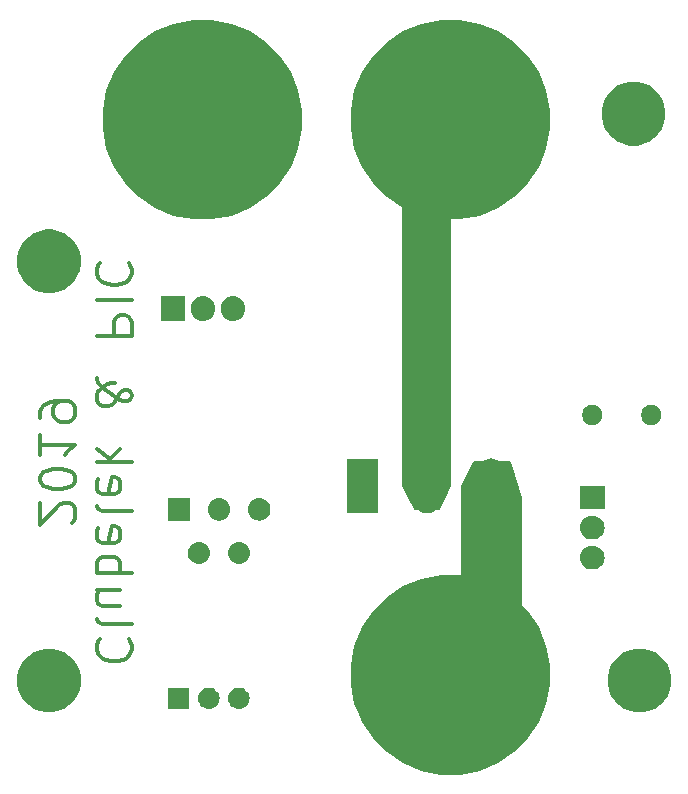
<source format=gbr>
G04 #@! TF.GenerationSoftware,KiCad,Pcbnew,(5.0.2)-1*
G04 #@! TF.CreationDate,2019-04-07T13:53:55+02:00*
G04 #@! TF.ProjectId,Carte commutation,43617274-6520-4636-9f6d-6d7574617469,rev?*
G04 #@! TF.SameCoordinates,Original*
G04 #@! TF.FileFunction,Soldermask,Bot*
G04 #@! TF.FilePolarity,Negative*
%FSLAX46Y46*%
G04 Gerber Fmt 4.6, Leading zero omitted, Abs format (unit mm)*
G04 Created by KiCad (PCBNEW (5.0.2)-1) date 07/04/2019 13:53:55*
%MOMM*%
%LPD*%
G01*
G04 APERTURE LIST*
%ADD10C,0.300000*%
%ADD11C,0.150000*%
%ADD12C,0.100000*%
G04 APERTURE END LIST*
D10*
X23828571Y-72500000D02*
X23685714Y-72642857D01*
X23542857Y-73071428D01*
X23542857Y-73357142D01*
X23685714Y-73785714D01*
X23971428Y-74071428D01*
X24257142Y-74214285D01*
X24828571Y-74357142D01*
X25257142Y-74357142D01*
X25828571Y-74214285D01*
X26114285Y-74071428D01*
X26399999Y-73785714D01*
X26542857Y-73357142D01*
X26542857Y-73071428D01*
X26399999Y-72642857D01*
X26257142Y-72500000D01*
X23542857Y-70785714D02*
X23685714Y-71071428D01*
X23971428Y-71214285D01*
X26542857Y-71214285D01*
X25542857Y-68357142D02*
X23542857Y-68357142D01*
X25542857Y-69642857D02*
X23971428Y-69642857D01*
X23685714Y-69500000D01*
X23542857Y-69214285D01*
X23542857Y-68785714D01*
X23685714Y-68500000D01*
X23828571Y-68357142D01*
X23542857Y-66928571D02*
X26542857Y-66928571D01*
X25400000Y-66928571D02*
X25542857Y-66642857D01*
X25542857Y-66071428D01*
X25400000Y-65785714D01*
X25257142Y-65642857D01*
X24971428Y-65500000D01*
X24114285Y-65500000D01*
X23828571Y-65642857D01*
X23685714Y-65785714D01*
X23542857Y-66071428D01*
X23542857Y-66642857D01*
X23685714Y-66928571D01*
X23685714Y-63071428D02*
X23542857Y-63357142D01*
X23542857Y-63928571D01*
X23685714Y-64214285D01*
X23971428Y-64357142D01*
X25114285Y-64357142D01*
X25400000Y-64214285D01*
X25542857Y-63928571D01*
X25542857Y-63357142D01*
X25400000Y-63071428D01*
X25114285Y-62928571D01*
X24828571Y-62928571D01*
X24542857Y-64357142D01*
X23542857Y-61214285D02*
X23685714Y-61500000D01*
X23971428Y-61642857D01*
X26542857Y-61642857D01*
X23685714Y-58928571D02*
X23542857Y-59214285D01*
X23542857Y-59785714D01*
X23685714Y-60071428D01*
X23971428Y-60214285D01*
X25114285Y-60214285D01*
X25400000Y-60071428D01*
X25542857Y-59785714D01*
X25542857Y-59214285D01*
X25400000Y-58928571D01*
X25114285Y-58785714D01*
X24828571Y-58785714D01*
X24542857Y-60214285D01*
X23542857Y-57500000D02*
X26542857Y-57500000D01*
X24685714Y-57214285D02*
X23542857Y-56357142D01*
X25542857Y-56357142D02*
X24400000Y-57500000D01*
X23542857Y-50357142D02*
X23542857Y-50500000D01*
X23685714Y-50785714D01*
X24114285Y-51214285D01*
X24971428Y-51928571D01*
X25400000Y-52214285D01*
X25828571Y-52357142D01*
X26114285Y-52357142D01*
X26400000Y-52214285D01*
X26542857Y-51928571D01*
X26542857Y-51785714D01*
X26400000Y-51500000D01*
X26114285Y-51357142D01*
X25971428Y-51357142D01*
X25685714Y-51500000D01*
X25542857Y-51642857D01*
X24971428Y-52500000D01*
X24828571Y-52642857D01*
X24542857Y-52785714D01*
X24114285Y-52785714D01*
X23828571Y-52642857D01*
X23685714Y-52500000D01*
X23542857Y-52214285D01*
X23542857Y-51785714D01*
X23685714Y-51500000D01*
X23828571Y-51357142D01*
X24400000Y-50928571D01*
X24828571Y-50785714D01*
X25114285Y-50785714D01*
X23542857Y-46785714D02*
X26542857Y-46785714D01*
X26542857Y-45642857D01*
X26400000Y-45357142D01*
X26257142Y-45214285D01*
X25971428Y-45071428D01*
X25542857Y-45071428D01*
X25257142Y-45214285D01*
X25114285Y-45357142D01*
X24971428Y-45642857D01*
X24971428Y-46785714D01*
X23542857Y-43785714D02*
X26542857Y-43785714D01*
X23828571Y-40642857D02*
X23685714Y-40785714D01*
X23542857Y-41214285D01*
X23542857Y-41500000D01*
X23685714Y-41928571D01*
X23971428Y-42214285D01*
X24257142Y-42357142D01*
X24828571Y-42500000D01*
X25257142Y-42500000D01*
X25828571Y-42357142D01*
X26114285Y-42214285D01*
X26400000Y-41928571D01*
X26542857Y-41500000D01*
X26542857Y-41214285D01*
X26400000Y-40785714D01*
X26257142Y-40642857D01*
X21457142Y-62642857D02*
X21600000Y-62500000D01*
X21742857Y-62214285D01*
X21742857Y-61500000D01*
X21600000Y-61214285D01*
X21457142Y-61071428D01*
X21171428Y-60928571D01*
X20885714Y-60928571D01*
X20457142Y-61071428D01*
X18742857Y-62785714D01*
X18742857Y-60928571D01*
X21742857Y-59071428D02*
X21742857Y-58785714D01*
X21600000Y-58500000D01*
X21457142Y-58357142D01*
X21171428Y-58214285D01*
X20600000Y-58071428D01*
X19885714Y-58071428D01*
X19314285Y-58214285D01*
X19028571Y-58357142D01*
X18885714Y-58500000D01*
X18742857Y-58785714D01*
X18742857Y-59071428D01*
X18885714Y-59357142D01*
X19028571Y-59500000D01*
X19314285Y-59642857D01*
X19885714Y-59785714D01*
X20600000Y-59785714D01*
X21171428Y-59642857D01*
X21457142Y-59500000D01*
X21600000Y-59357142D01*
X21742857Y-59071428D01*
X18742857Y-55214285D02*
X18742857Y-56928571D01*
X18742857Y-56071428D02*
X21742857Y-56071428D01*
X21314285Y-56357142D01*
X21028571Y-56642857D01*
X20885714Y-56928571D01*
X18742857Y-53785714D02*
X18742857Y-53214285D01*
X18885714Y-52928571D01*
X19028571Y-52785714D01*
X19457142Y-52500000D01*
X20028571Y-52357142D01*
X21171428Y-52357142D01*
X21457142Y-52500000D01*
X21600000Y-52642857D01*
X21742857Y-52928571D01*
X21742857Y-53500000D01*
X21600000Y-53785714D01*
X21457142Y-53928571D01*
X21171428Y-54071428D01*
X20457142Y-54071428D01*
X20171428Y-53928571D01*
X20028571Y-53785714D01*
X19885714Y-53500000D01*
X19885714Y-52928571D01*
X20028571Y-52642857D01*
X20171428Y-52500000D01*
X20457142Y-52357142D01*
D11*
G36*
X52500000Y-61500000D02*
X50500000Y-61500000D01*
X49500000Y-59500000D01*
X49500000Y-35500000D01*
X53500000Y-35500000D01*
X53500000Y-59500000D01*
X52500000Y-61500000D01*
G37*
X52500000Y-61500000D02*
X50500000Y-61500000D01*
X49500000Y-59500000D01*
X49500000Y-35500000D01*
X53500000Y-35500000D01*
X53500000Y-59500000D01*
X52500000Y-61500000D01*
G36*
X55500000Y-57500000D02*
X58500000Y-57500000D01*
X59500000Y-60500000D01*
X59500000Y-70500000D01*
X54500000Y-70500000D01*
X54500000Y-59500000D01*
X55500000Y-57500000D01*
G37*
X55500000Y-57500000D02*
X58500000Y-57500000D01*
X59500000Y-60500000D01*
X59500000Y-70500000D01*
X54500000Y-70500000D01*
X54500000Y-59500000D01*
X55500000Y-57500000D01*
D12*
G36*
X55965065Y-67373766D02*
X57503048Y-68010820D01*
X57503050Y-68010821D01*
X58887199Y-68935679D01*
X60064321Y-70112801D01*
X60989179Y-71496950D01*
X60989180Y-71496952D01*
X61626234Y-73034935D01*
X61951000Y-74667648D01*
X61951000Y-76332352D01*
X61626234Y-77965065D01*
X61321399Y-78701000D01*
X60989179Y-79503050D01*
X60064321Y-80887199D01*
X58887199Y-82064321D01*
X57503050Y-82989179D01*
X57503049Y-82989180D01*
X57503048Y-82989180D01*
X55965065Y-83626234D01*
X54332352Y-83951000D01*
X52667648Y-83951000D01*
X51034935Y-83626234D01*
X49496952Y-82989180D01*
X49496951Y-82989180D01*
X49496950Y-82989179D01*
X48112801Y-82064321D01*
X46935679Y-80887199D01*
X46010821Y-79503050D01*
X45678601Y-78701000D01*
X45373766Y-77965065D01*
X45049000Y-76332352D01*
X45049000Y-74667648D01*
X45373766Y-73034935D01*
X46010820Y-71496952D01*
X46010821Y-71496950D01*
X46935679Y-70112801D01*
X48112801Y-68935679D01*
X49496950Y-68010821D01*
X49496952Y-68010820D01*
X51034935Y-67373766D01*
X52667648Y-67049000D01*
X54332352Y-67049000D01*
X55965065Y-67373766D01*
X55965065Y-67373766D01*
G37*
G36*
X70287850Y-73402797D02*
X70287852Y-73402798D01*
X70287853Y-73402798D01*
X70469430Y-73478010D01*
X70779404Y-73606405D01*
X71221790Y-73901998D01*
X71598002Y-74278210D01*
X71893595Y-74720596D01*
X72097203Y-75212150D01*
X72201000Y-75733973D01*
X72201000Y-76266027D01*
X72097203Y-76787850D01*
X71893595Y-77279404D01*
X71598002Y-77721790D01*
X71221790Y-78098002D01*
X70779404Y-78393595D01*
X70469430Y-78521990D01*
X70287853Y-78597202D01*
X70287852Y-78597202D01*
X70287850Y-78597203D01*
X69766027Y-78701000D01*
X69233973Y-78701000D01*
X68712150Y-78597203D01*
X68712148Y-78597202D01*
X68712147Y-78597202D01*
X68530570Y-78521990D01*
X68220596Y-78393595D01*
X67778210Y-78098002D01*
X67401998Y-77721790D01*
X67106405Y-77279404D01*
X66902797Y-76787850D01*
X66799000Y-76266027D01*
X66799000Y-75733973D01*
X66902797Y-75212150D01*
X67106405Y-74720596D01*
X67401998Y-74278210D01*
X67778210Y-73901998D01*
X68220596Y-73606405D01*
X68530570Y-73478010D01*
X68712147Y-73402798D01*
X68712148Y-73402798D01*
X68712150Y-73402797D01*
X69233973Y-73299000D01*
X69766027Y-73299000D01*
X70287850Y-73402797D01*
X70287850Y-73402797D01*
G37*
G36*
X20287850Y-73402797D02*
X20287852Y-73402798D01*
X20287853Y-73402798D01*
X20469430Y-73478010D01*
X20779404Y-73606405D01*
X21221790Y-73901998D01*
X21598002Y-74278210D01*
X21893595Y-74720596D01*
X22097203Y-75212150D01*
X22201000Y-75733973D01*
X22201000Y-76266027D01*
X22097203Y-76787850D01*
X21893595Y-77279404D01*
X21598002Y-77721790D01*
X21221790Y-78098002D01*
X20779404Y-78393595D01*
X20469430Y-78521990D01*
X20287853Y-78597202D01*
X20287852Y-78597202D01*
X20287850Y-78597203D01*
X19766027Y-78701000D01*
X19233973Y-78701000D01*
X18712150Y-78597203D01*
X18712148Y-78597202D01*
X18712147Y-78597202D01*
X18530570Y-78521990D01*
X18220596Y-78393595D01*
X17778210Y-78098002D01*
X17401998Y-77721790D01*
X17106405Y-77279404D01*
X16902797Y-76787850D01*
X16799000Y-76266027D01*
X16799000Y-75733973D01*
X16902797Y-75212150D01*
X17106405Y-74720596D01*
X17401998Y-74278210D01*
X17778210Y-73901998D01*
X18220596Y-73606405D01*
X18530570Y-73478010D01*
X18712147Y-73402798D01*
X18712148Y-73402798D01*
X18712150Y-73402797D01*
X19233973Y-73299000D01*
X19766027Y-73299000D01*
X20287850Y-73402797D01*
X20287850Y-73402797D01*
G37*
G36*
X35690442Y-76605518D02*
X35756627Y-76612037D01*
X35869853Y-76646384D01*
X35926467Y-76663557D01*
X36065087Y-76737652D01*
X36082991Y-76747222D01*
X36118729Y-76776552D01*
X36220186Y-76859814D01*
X36303448Y-76961271D01*
X36332778Y-76997009D01*
X36332779Y-76997011D01*
X36416443Y-77153533D01*
X36416443Y-77153534D01*
X36467963Y-77323373D01*
X36485359Y-77500000D01*
X36467963Y-77676627D01*
X36454264Y-77721787D01*
X36416443Y-77846467D01*
X36342348Y-77985087D01*
X36332778Y-78002991D01*
X36303448Y-78038729D01*
X36220186Y-78140186D01*
X36118729Y-78223448D01*
X36082991Y-78252778D01*
X36082989Y-78252779D01*
X35926467Y-78336443D01*
X35869853Y-78353616D01*
X35756627Y-78387963D01*
X35699443Y-78393595D01*
X35624260Y-78401000D01*
X35535740Y-78401000D01*
X35460557Y-78393595D01*
X35403373Y-78387963D01*
X35290147Y-78353616D01*
X35233533Y-78336443D01*
X35077011Y-78252779D01*
X35077009Y-78252778D01*
X35041271Y-78223448D01*
X34939814Y-78140186D01*
X34856552Y-78038729D01*
X34827222Y-78002991D01*
X34817652Y-77985087D01*
X34743557Y-77846467D01*
X34705736Y-77721787D01*
X34692037Y-77676627D01*
X34674641Y-77500000D01*
X34692037Y-77323373D01*
X34743557Y-77153534D01*
X34743557Y-77153533D01*
X34827221Y-76997011D01*
X34827222Y-76997009D01*
X34856552Y-76961271D01*
X34939814Y-76859814D01*
X35041271Y-76776552D01*
X35077009Y-76747222D01*
X35094913Y-76737652D01*
X35233533Y-76663557D01*
X35290147Y-76646384D01*
X35403373Y-76612037D01*
X35469558Y-76605518D01*
X35535740Y-76599000D01*
X35624260Y-76599000D01*
X35690442Y-76605518D01*
X35690442Y-76605518D01*
G37*
G36*
X33150442Y-76605518D02*
X33216627Y-76612037D01*
X33329853Y-76646384D01*
X33386467Y-76663557D01*
X33525087Y-76737652D01*
X33542991Y-76747222D01*
X33578729Y-76776552D01*
X33680186Y-76859814D01*
X33763448Y-76961271D01*
X33792778Y-76997009D01*
X33792779Y-76997011D01*
X33876443Y-77153533D01*
X33876443Y-77153534D01*
X33927963Y-77323373D01*
X33945359Y-77500000D01*
X33927963Y-77676627D01*
X33914264Y-77721787D01*
X33876443Y-77846467D01*
X33802348Y-77985087D01*
X33792778Y-78002991D01*
X33763448Y-78038729D01*
X33680186Y-78140186D01*
X33578729Y-78223448D01*
X33542991Y-78252778D01*
X33542989Y-78252779D01*
X33386467Y-78336443D01*
X33329853Y-78353616D01*
X33216627Y-78387963D01*
X33159443Y-78393595D01*
X33084260Y-78401000D01*
X32995740Y-78401000D01*
X32920557Y-78393595D01*
X32863373Y-78387963D01*
X32750147Y-78353616D01*
X32693533Y-78336443D01*
X32537011Y-78252779D01*
X32537009Y-78252778D01*
X32501271Y-78223448D01*
X32399814Y-78140186D01*
X32316552Y-78038729D01*
X32287222Y-78002991D01*
X32277652Y-77985087D01*
X32203557Y-77846467D01*
X32165736Y-77721787D01*
X32152037Y-77676627D01*
X32134641Y-77500000D01*
X32152037Y-77323373D01*
X32203557Y-77153534D01*
X32203557Y-77153533D01*
X32287221Y-76997011D01*
X32287222Y-76997009D01*
X32316552Y-76961271D01*
X32399814Y-76859814D01*
X32501271Y-76776552D01*
X32537009Y-76747222D01*
X32554913Y-76737652D01*
X32693533Y-76663557D01*
X32750147Y-76646384D01*
X32863373Y-76612037D01*
X32929558Y-76605518D01*
X32995740Y-76599000D01*
X33084260Y-76599000D01*
X33150442Y-76605518D01*
X33150442Y-76605518D01*
G37*
G36*
X31401000Y-78401000D02*
X29599000Y-78401000D01*
X29599000Y-76599000D01*
X31401000Y-76599000D01*
X31401000Y-78401000D01*
X31401000Y-78401000D01*
G37*
G36*
X65655764Y-64582308D02*
X65744220Y-64591020D01*
X65933381Y-64648401D01*
X66107712Y-64741583D01*
X66260515Y-64866985D01*
X66385917Y-65019788D01*
X66479099Y-65194119D01*
X66536480Y-65383280D01*
X66555855Y-65580000D01*
X66536480Y-65776720D01*
X66479099Y-65965881D01*
X66385917Y-66140212D01*
X66260515Y-66293015D01*
X66107712Y-66418417D01*
X65933381Y-66511599D01*
X65744220Y-66568980D01*
X65655764Y-66577692D01*
X65596796Y-66583500D01*
X65403204Y-66583500D01*
X65344236Y-66577692D01*
X65255780Y-66568980D01*
X65066619Y-66511599D01*
X64892288Y-66418417D01*
X64739485Y-66293015D01*
X64614083Y-66140212D01*
X64520901Y-65965881D01*
X64463520Y-65776720D01*
X64444145Y-65580000D01*
X64463520Y-65383280D01*
X64520901Y-65194119D01*
X64614083Y-65019788D01*
X64739485Y-64866985D01*
X64892288Y-64741583D01*
X65066619Y-64648401D01*
X65255780Y-64591020D01*
X65344236Y-64582308D01*
X65403204Y-64576500D01*
X65596796Y-64576500D01*
X65655764Y-64582308D01*
X65655764Y-64582308D01*
G37*
G36*
X32386425Y-64262760D02*
X32386428Y-64262761D01*
X32386429Y-64262761D01*
X32565693Y-64317140D01*
X32565695Y-64317141D01*
X32730905Y-64405448D01*
X32875712Y-64524288D01*
X32994552Y-64669095D01*
X32994553Y-64669097D01*
X33082860Y-64834307D01*
X33137239Y-65013571D01*
X33137240Y-65013575D01*
X33155601Y-65200000D01*
X33137240Y-65386425D01*
X33082859Y-65565695D01*
X32994552Y-65730905D01*
X32875712Y-65875712D01*
X32730905Y-65994552D01*
X32730903Y-65994553D01*
X32565693Y-66082860D01*
X32386429Y-66137239D01*
X32386428Y-66137239D01*
X32386425Y-66137240D01*
X32246718Y-66151000D01*
X32153282Y-66151000D01*
X32013575Y-66137240D01*
X32013572Y-66137239D01*
X32013571Y-66137239D01*
X31834307Y-66082860D01*
X31669097Y-65994553D01*
X31669095Y-65994552D01*
X31524288Y-65875712D01*
X31405448Y-65730905D01*
X31317141Y-65565695D01*
X31262760Y-65386425D01*
X31244399Y-65200000D01*
X31262760Y-65013575D01*
X31262761Y-65013571D01*
X31317140Y-64834307D01*
X31405447Y-64669097D01*
X31405448Y-64669095D01*
X31524288Y-64524288D01*
X31669095Y-64405448D01*
X31834305Y-64317141D01*
X31834307Y-64317140D01*
X32013571Y-64262761D01*
X32013572Y-64262761D01*
X32013575Y-64262760D01*
X32153282Y-64249000D01*
X32246718Y-64249000D01*
X32386425Y-64262760D01*
X32386425Y-64262760D01*
G37*
G36*
X35786425Y-64262760D02*
X35786428Y-64262761D01*
X35786429Y-64262761D01*
X35965693Y-64317140D01*
X35965695Y-64317141D01*
X36130905Y-64405448D01*
X36275712Y-64524288D01*
X36394552Y-64669095D01*
X36394553Y-64669097D01*
X36482860Y-64834307D01*
X36537239Y-65013571D01*
X36537240Y-65013575D01*
X36555601Y-65200000D01*
X36537240Y-65386425D01*
X36482859Y-65565695D01*
X36394552Y-65730905D01*
X36275712Y-65875712D01*
X36130905Y-65994552D01*
X36130903Y-65994553D01*
X35965693Y-66082860D01*
X35786429Y-66137239D01*
X35786428Y-66137239D01*
X35786425Y-66137240D01*
X35646718Y-66151000D01*
X35553282Y-66151000D01*
X35413575Y-66137240D01*
X35413572Y-66137239D01*
X35413571Y-66137239D01*
X35234307Y-66082860D01*
X35069097Y-65994553D01*
X35069095Y-65994552D01*
X34924288Y-65875712D01*
X34805448Y-65730905D01*
X34717141Y-65565695D01*
X34662760Y-65386425D01*
X34644399Y-65200000D01*
X34662760Y-65013575D01*
X34662761Y-65013571D01*
X34717140Y-64834307D01*
X34805447Y-64669097D01*
X34805448Y-64669095D01*
X34924288Y-64524288D01*
X35069095Y-64405448D01*
X35234305Y-64317141D01*
X35234307Y-64317140D01*
X35413571Y-64262761D01*
X35413572Y-64262761D01*
X35413575Y-64262760D01*
X35553282Y-64249000D01*
X35646718Y-64249000D01*
X35786425Y-64262760D01*
X35786425Y-64262760D01*
G37*
G36*
X65655764Y-62042308D02*
X65744220Y-62051020D01*
X65933381Y-62108401D01*
X66107712Y-62201583D01*
X66260515Y-62326985D01*
X66385917Y-62479788D01*
X66479099Y-62654119D01*
X66536480Y-62843280D01*
X66555855Y-63040000D01*
X66536480Y-63236720D01*
X66479099Y-63425881D01*
X66385917Y-63600212D01*
X66260515Y-63753015D01*
X66107712Y-63878417D01*
X65933381Y-63971599D01*
X65744220Y-64028980D01*
X65655764Y-64037692D01*
X65596796Y-64043500D01*
X65403204Y-64043500D01*
X65344236Y-64037692D01*
X65255780Y-64028980D01*
X65066619Y-63971599D01*
X64892288Y-63878417D01*
X64739485Y-63753015D01*
X64614083Y-63600212D01*
X64520901Y-63425881D01*
X64463520Y-63236720D01*
X64444145Y-63040000D01*
X64463520Y-62843280D01*
X64520901Y-62654119D01*
X64614083Y-62479788D01*
X64739485Y-62326985D01*
X64892288Y-62201583D01*
X65066619Y-62108401D01*
X65255780Y-62051020D01*
X65344236Y-62042308D01*
X65403204Y-62036500D01*
X65596796Y-62036500D01*
X65655764Y-62042308D01*
X65655764Y-62042308D01*
G37*
G36*
X37486425Y-60562760D02*
X37486428Y-60562761D01*
X37486429Y-60562761D01*
X37665693Y-60617140D01*
X37665695Y-60617141D01*
X37830905Y-60705448D01*
X37975712Y-60824288D01*
X38094552Y-60969095D01*
X38182859Y-61134305D01*
X38237240Y-61313575D01*
X38255601Y-61500000D01*
X38237240Y-61686425D01*
X38237239Y-61686428D01*
X38237239Y-61686429D01*
X38230762Y-61707782D01*
X38182859Y-61865695D01*
X38094552Y-62030905D01*
X37975712Y-62175712D01*
X37830905Y-62294552D01*
X37830903Y-62294553D01*
X37665693Y-62382860D01*
X37486429Y-62437239D01*
X37486428Y-62437239D01*
X37486425Y-62437240D01*
X37346718Y-62451000D01*
X37253282Y-62451000D01*
X37113575Y-62437240D01*
X37113572Y-62437239D01*
X37113571Y-62437239D01*
X36934307Y-62382860D01*
X36769097Y-62294553D01*
X36769095Y-62294552D01*
X36624288Y-62175712D01*
X36505448Y-62030905D01*
X36417141Y-61865695D01*
X36369239Y-61707782D01*
X36362761Y-61686429D01*
X36362761Y-61686428D01*
X36362760Y-61686425D01*
X36344399Y-61500000D01*
X36362760Y-61313575D01*
X36417141Y-61134305D01*
X36505448Y-60969095D01*
X36624288Y-60824288D01*
X36769095Y-60705448D01*
X36934305Y-60617141D01*
X36934307Y-60617140D01*
X37113571Y-60562761D01*
X37113572Y-60562761D01*
X37113575Y-60562760D01*
X37253282Y-60549000D01*
X37346718Y-60549000D01*
X37486425Y-60562760D01*
X37486425Y-60562760D01*
G37*
G36*
X34086425Y-60562760D02*
X34086428Y-60562761D01*
X34086429Y-60562761D01*
X34265693Y-60617140D01*
X34265695Y-60617141D01*
X34430905Y-60705448D01*
X34575712Y-60824288D01*
X34694552Y-60969095D01*
X34782859Y-61134305D01*
X34837240Y-61313575D01*
X34855601Y-61500000D01*
X34837240Y-61686425D01*
X34837239Y-61686428D01*
X34837239Y-61686429D01*
X34830762Y-61707782D01*
X34782859Y-61865695D01*
X34694552Y-62030905D01*
X34575712Y-62175712D01*
X34430905Y-62294552D01*
X34430903Y-62294553D01*
X34265693Y-62382860D01*
X34086429Y-62437239D01*
X34086428Y-62437239D01*
X34086425Y-62437240D01*
X33946718Y-62451000D01*
X33853282Y-62451000D01*
X33713575Y-62437240D01*
X33713572Y-62437239D01*
X33713571Y-62437239D01*
X33534307Y-62382860D01*
X33369097Y-62294553D01*
X33369095Y-62294552D01*
X33224288Y-62175712D01*
X33105448Y-62030905D01*
X33017141Y-61865695D01*
X32969239Y-61707782D01*
X32962761Y-61686429D01*
X32962761Y-61686428D01*
X32962760Y-61686425D01*
X32944399Y-61500000D01*
X32962760Y-61313575D01*
X33017141Y-61134305D01*
X33105448Y-60969095D01*
X33224288Y-60824288D01*
X33369095Y-60705448D01*
X33534305Y-60617141D01*
X33534307Y-60617140D01*
X33713571Y-60562761D01*
X33713572Y-60562761D01*
X33713575Y-60562760D01*
X33853282Y-60549000D01*
X33946718Y-60549000D01*
X34086425Y-60562760D01*
X34086425Y-60562760D01*
G37*
G36*
X31451000Y-62451000D02*
X29549000Y-62451000D01*
X29549000Y-60549000D01*
X31451000Y-60549000D01*
X31451000Y-62451000D01*
X31451000Y-62451000D01*
G37*
G36*
X51755039Y-57217825D02*
X52000279Y-57292218D01*
X52000281Y-57292219D01*
X52226295Y-57413026D01*
X52424396Y-57575603D01*
X52557821Y-57738182D01*
X52586975Y-57773706D01*
X52707782Y-57999720D01*
X52782175Y-58244960D01*
X52801000Y-58436095D01*
X52801000Y-60563905D01*
X52782175Y-60755040D01*
X52717241Y-60969097D01*
X52707781Y-61000282D01*
X52586974Y-61226296D01*
X52424397Y-61424397D01*
X52226296Y-61586974D01*
X52226294Y-61586975D01*
X52000280Y-61707782D01*
X51755040Y-61782175D01*
X51500000Y-61807294D01*
X51244961Y-61782175D01*
X50999721Y-61707782D01*
X50773707Y-61586975D01*
X50773705Y-61586974D01*
X50575604Y-61424397D01*
X50413027Y-61226296D01*
X50292220Y-61000282D01*
X50282760Y-60969097D01*
X50217826Y-60755040D01*
X50199001Y-60563905D01*
X50199000Y-58436096D01*
X50217825Y-58244961D01*
X50292218Y-57999721D01*
X50413025Y-57773707D01*
X50413026Y-57773705D01*
X50575603Y-57575604D01*
X50773705Y-57413026D01*
X50773704Y-57413026D01*
X50773706Y-57413025D01*
X50999720Y-57292218D01*
X51244960Y-57217825D01*
X51500000Y-57192706D01*
X51755039Y-57217825D01*
X51755039Y-57217825D01*
G37*
G36*
X57205039Y-57217825D02*
X57450279Y-57292218D01*
X57450281Y-57292219D01*
X57676295Y-57413026D01*
X57874396Y-57575603D01*
X58007821Y-57738182D01*
X58036975Y-57773706D01*
X58157782Y-57999720D01*
X58232175Y-58244960D01*
X58251000Y-58436095D01*
X58251000Y-60563905D01*
X58232175Y-60755040D01*
X58167241Y-60969097D01*
X58157781Y-61000282D01*
X58036974Y-61226296D01*
X57874397Y-61424397D01*
X57676296Y-61586974D01*
X57676294Y-61586975D01*
X57450280Y-61707782D01*
X57205040Y-61782175D01*
X56950000Y-61807294D01*
X56694961Y-61782175D01*
X56449721Y-61707782D01*
X56223707Y-61586975D01*
X56223705Y-61586974D01*
X56025604Y-61424397D01*
X55863027Y-61226296D01*
X55742220Y-61000282D01*
X55732760Y-60969097D01*
X55667826Y-60755040D01*
X55649001Y-60563905D01*
X55649000Y-58436096D01*
X55667825Y-58244961D01*
X55742218Y-57999721D01*
X55863025Y-57773707D01*
X55863026Y-57773705D01*
X56025603Y-57575604D01*
X56223705Y-57413026D01*
X56223704Y-57413026D01*
X56223706Y-57413025D01*
X56449720Y-57292218D01*
X56694960Y-57217825D01*
X56950000Y-57192706D01*
X57205039Y-57217825D01*
X57205039Y-57217825D01*
G37*
G36*
X47351000Y-61801000D02*
X44749000Y-61801000D01*
X44749000Y-57199000D01*
X47351000Y-57199000D01*
X47351000Y-61801000D01*
X47351000Y-61801000D01*
G37*
G36*
X66551000Y-61503500D02*
X64449000Y-61503500D01*
X64449000Y-59496500D01*
X66551000Y-59496500D01*
X66551000Y-61503500D01*
X66551000Y-61503500D01*
G37*
G36*
X70748228Y-52681703D02*
X70903100Y-52745853D01*
X71042481Y-52838985D01*
X71161015Y-52957519D01*
X71254147Y-53096900D01*
X71318297Y-53251772D01*
X71351000Y-53416184D01*
X71351000Y-53583816D01*
X71318297Y-53748228D01*
X71254147Y-53903100D01*
X71161015Y-54042481D01*
X71042481Y-54161015D01*
X70903100Y-54254147D01*
X70748228Y-54318297D01*
X70583816Y-54351000D01*
X70416184Y-54351000D01*
X70251772Y-54318297D01*
X70096900Y-54254147D01*
X69957519Y-54161015D01*
X69838985Y-54042481D01*
X69745853Y-53903100D01*
X69681703Y-53748228D01*
X69649000Y-53583816D01*
X69649000Y-53416184D01*
X69681703Y-53251772D01*
X69745853Y-53096900D01*
X69838985Y-52957519D01*
X69957519Y-52838985D01*
X70096900Y-52745853D01*
X70251772Y-52681703D01*
X70416184Y-52649000D01*
X70583816Y-52649000D01*
X70748228Y-52681703D01*
X70748228Y-52681703D01*
G37*
G36*
X65748228Y-52681703D02*
X65903100Y-52745853D01*
X66042481Y-52838985D01*
X66161015Y-52957519D01*
X66254147Y-53096900D01*
X66318297Y-53251772D01*
X66351000Y-53416184D01*
X66351000Y-53583816D01*
X66318297Y-53748228D01*
X66254147Y-53903100D01*
X66161015Y-54042481D01*
X66042481Y-54161015D01*
X65903100Y-54254147D01*
X65748228Y-54318297D01*
X65583816Y-54351000D01*
X65416184Y-54351000D01*
X65251772Y-54318297D01*
X65096900Y-54254147D01*
X64957519Y-54161015D01*
X64838985Y-54042481D01*
X64745853Y-53903100D01*
X64681703Y-53748228D01*
X64649000Y-53583816D01*
X64649000Y-53416184D01*
X64681703Y-53251772D01*
X64745853Y-53096900D01*
X64838985Y-52957519D01*
X64957519Y-52838985D01*
X65096900Y-52745853D01*
X65251772Y-52681703D01*
X65416184Y-52649000D01*
X65583816Y-52649000D01*
X65748228Y-52681703D01*
X65748228Y-52681703D01*
G37*
G36*
X32736719Y-43463520D02*
X32925880Y-43520901D01*
X33100212Y-43614083D01*
X33253015Y-43739485D01*
X33378417Y-43892288D01*
X33471599Y-44066619D01*
X33528980Y-44255780D01*
X33543500Y-44403206D01*
X33543500Y-44596793D01*
X33528980Y-44744219D01*
X33471599Y-44933380D01*
X33378417Y-45107712D01*
X33253015Y-45260515D01*
X33100212Y-45385917D01*
X32925881Y-45479099D01*
X32736720Y-45536480D01*
X32540000Y-45555855D01*
X32343281Y-45536480D01*
X32154120Y-45479099D01*
X31979788Y-45385917D01*
X31826985Y-45260515D01*
X31701583Y-45107712D01*
X31608401Y-44933381D01*
X31551020Y-44744220D01*
X31536500Y-44596794D01*
X31536500Y-44403207D01*
X31551020Y-44255781D01*
X31608401Y-44066620D01*
X31701583Y-43892288D01*
X31826985Y-43739485D01*
X31979788Y-43614083D01*
X32154119Y-43520901D01*
X32343280Y-43463520D01*
X32540000Y-43444145D01*
X32736719Y-43463520D01*
X32736719Y-43463520D01*
G37*
G36*
X35276719Y-43463520D02*
X35465880Y-43520901D01*
X35640212Y-43614083D01*
X35793015Y-43739485D01*
X35918417Y-43892288D01*
X36011599Y-44066619D01*
X36068980Y-44255780D01*
X36083500Y-44403206D01*
X36083500Y-44596793D01*
X36068980Y-44744219D01*
X36011599Y-44933380D01*
X35918417Y-45107712D01*
X35793015Y-45260515D01*
X35640212Y-45385917D01*
X35465881Y-45479099D01*
X35276720Y-45536480D01*
X35080000Y-45555855D01*
X34883281Y-45536480D01*
X34694120Y-45479099D01*
X34519788Y-45385917D01*
X34366985Y-45260515D01*
X34241583Y-45107712D01*
X34148401Y-44933381D01*
X34091020Y-44744220D01*
X34076500Y-44596794D01*
X34076500Y-44403207D01*
X34091020Y-44255781D01*
X34148401Y-44066620D01*
X34241583Y-43892288D01*
X34366985Y-43739485D01*
X34519788Y-43614083D01*
X34694119Y-43520901D01*
X34883280Y-43463520D01*
X35080000Y-43444145D01*
X35276719Y-43463520D01*
X35276719Y-43463520D01*
G37*
G36*
X31003500Y-45551000D02*
X28996500Y-45551000D01*
X28996500Y-43449000D01*
X31003500Y-43449000D01*
X31003500Y-45551000D01*
X31003500Y-45551000D01*
G37*
G36*
X20287850Y-37902797D02*
X20287852Y-37902798D01*
X20287853Y-37902798D01*
X20469430Y-37978010D01*
X20779404Y-38106405D01*
X21221790Y-38401998D01*
X21598002Y-38778210D01*
X21893595Y-39220596D01*
X22097203Y-39712150D01*
X22201000Y-40233973D01*
X22201000Y-40766027D01*
X22097203Y-41287850D01*
X21893595Y-41779404D01*
X21598002Y-42221790D01*
X21221790Y-42598002D01*
X20779404Y-42893595D01*
X20469430Y-43021990D01*
X20287853Y-43097202D01*
X20287852Y-43097202D01*
X20287850Y-43097203D01*
X19766027Y-43201000D01*
X19233973Y-43201000D01*
X18712150Y-43097203D01*
X18712148Y-43097202D01*
X18712147Y-43097202D01*
X18530570Y-43021990D01*
X18220596Y-42893595D01*
X17778210Y-42598002D01*
X17401998Y-42221790D01*
X17106405Y-41779404D01*
X16902797Y-41287850D01*
X16799000Y-40766027D01*
X16799000Y-40233973D01*
X16902797Y-39712150D01*
X17106405Y-39220596D01*
X17401998Y-38778210D01*
X17778210Y-38401998D01*
X18220596Y-38106405D01*
X18530570Y-37978010D01*
X18712147Y-37902798D01*
X18712148Y-37902798D01*
X18712150Y-37902797D01*
X19233973Y-37799000D01*
X19766027Y-37799000D01*
X20287850Y-37902797D01*
X20287850Y-37902797D01*
G37*
G36*
X55965065Y-20373766D02*
X57503048Y-21010820D01*
X57503050Y-21010821D01*
X58887199Y-21935679D01*
X60064321Y-23112801D01*
X60989179Y-24496950D01*
X60989180Y-24496952D01*
X61626234Y-26034935D01*
X61951000Y-27667648D01*
X61951000Y-29332352D01*
X61626234Y-30965065D01*
X61051012Y-32353773D01*
X60989179Y-32503050D01*
X60064321Y-33887199D01*
X58887199Y-35064321D01*
X57503050Y-35989179D01*
X57503049Y-35989180D01*
X57503048Y-35989180D01*
X55965065Y-36626234D01*
X54332352Y-36951000D01*
X52667648Y-36951000D01*
X51034935Y-36626234D01*
X49496952Y-35989180D01*
X49496951Y-35989180D01*
X49496950Y-35989179D01*
X48112801Y-35064321D01*
X46935679Y-33887199D01*
X46010821Y-32503050D01*
X45948988Y-32353773D01*
X45373766Y-30965065D01*
X45049000Y-29332352D01*
X45049000Y-27667648D01*
X45373766Y-26034935D01*
X46010820Y-24496952D01*
X46010821Y-24496950D01*
X46935679Y-23112801D01*
X48112801Y-21935679D01*
X49496950Y-21010821D01*
X49496952Y-21010820D01*
X51034935Y-20373766D01*
X52667648Y-20049000D01*
X54332352Y-20049000D01*
X55965065Y-20373766D01*
X55965065Y-20373766D01*
G37*
G36*
X34965065Y-20373766D02*
X36503048Y-21010820D01*
X36503050Y-21010821D01*
X37887199Y-21935679D01*
X39064321Y-23112801D01*
X39989179Y-24496950D01*
X39989180Y-24496952D01*
X40626234Y-26034935D01*
X40951000Y-27667648D01*
X40951000Y-29332352D01*
X40626234Y-30965065D01*
X40051012Y-32353773D01*
X39989179Y-32503050D01*
X39064321Y-33887199D01*
X37887199Y-35064321D01*
X36503050Y-35989179D01*
X36503049Y-35989180D01*
X36503048Y-35989180D01*
X34965065Y-36626234D01*
X33332352Y-36951000D01*
X31667648Y-36951000D01*
X30034935Y-36626234D01*
X28496952Y-35989180D01*
X28496951Y-35989180D01*
X28496950Y-35989179D01*
X27112801Y-35064321D01*
X25935679Y-33887199D01*
X25010821Y-32503050D01*
X24948988Y-32353773D01*
X24373766Y-30965065D01*
X24049000Y-29332352D01*
X24049000Y-27667648D01*
X24373766Y-26034935D01*
X25010820Y-24496952D01*
X25010821Y-24496950D01*
X25935679Y-23112801D01*
X27112801Y-21935679D01*
X28496950Y-21010821D01*
X28496952Y-21010820D01*
X30034935Y-20373766D01*
X31667648Y-20049000D01*
X33332352Y-20049000D01*
X34965065Y-20373766D01*
X34965065Y-20373766D01*
G37*
G36*
X69787850Y-25402797D02*
X69787852Y-25402798D01*
X69787853Y-25402798D01*
X69969430Y-25478010D01*
X70279404Y-25606405D01*
X70721790Y-25901998D01*
X71098002Y-26278210D01*
X71393595Y-26720596D01*
X71597203Y-27212150D01*
X71701000Y-27733973D01*
X71701000Y-28266027D01*
X71597203Y-28787850D01*
X71393595Y-29279404D01*
X71098002Y-29721790D01*
X70721790Y-30098002D01*
X70279404Y-30393595D01*
X69969430Y-30521990D01*
X69787853Y-30597202D01*
X69787852Y-30597202D01*
X69787850Y-30597203D01*
X69266027Y-30701000D01*
X68733973Y-30701000D01*
X68212150Y-30597203D01*
X68212148Y-30597202D01*
X68212147Y-30597202D01*
X68030570Y-30521990D01*
X67720596Y-30393595D01*
X67278210Y-30098002D01*
X66901998Y-29721790D01*
X66606405Y-29279404D01*
X66402797Y-28787850D01*
X66299000Y-28266027D01*
X66299000Y-27733973D01*
X66402797Y-27212150D01*
X66606405Y-26720596D01*
X66901998Y-26278210D01*
X67278210Y-25901998D01*
X67720596Y-25606405D01*
X68030570Y-25478010D01*
X68212147Y-25402798D01*
X68212148Y-25402798D01*
X68212150Y-25402797D01*
X68733973Y-25299000D01*
X69266027Y-25299000D01*
X69787850Y-25402797D01*
X69787850Y-25402797D01*
G37*
M02*

</source>
